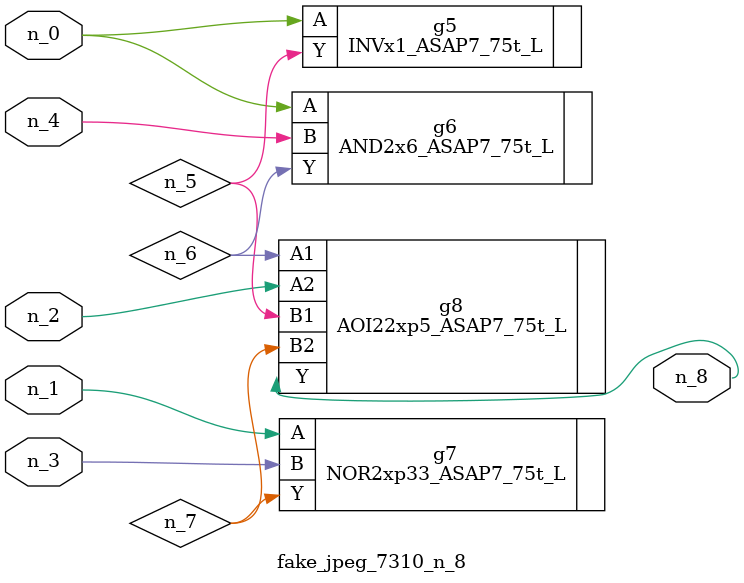
<source format=v>
module fake_jpeg_7310_n_8 (n_3, n_2, n_1, n_0, n_4, n_8);

input n_3;
input n_2;
input n_1;
input n_0;
input n_4;

output n_8;

wire n_6;
wire n_5;
wire n_7;

INVx1_ASAP7_75t_L g5 ( 
.A(n_0),
.Y(n_5)
);

AND2x6_ASAP7_75t_L g6 ( 
.A(n_0),
.B(n_4),
.Y(n_6)
);

NOR2xp33_ASAP7_75t_L g7 ( 
.A(n_1),
.B(n_3),
.Y(n_7)
);

AOI22xp5_ASAP7_75t_L g8 ( 
.A1(n_6),
.A2(n_2),
.B1(n_5),
.B2(n_7),
.Y(n_8)
);


endmodule
</source>
